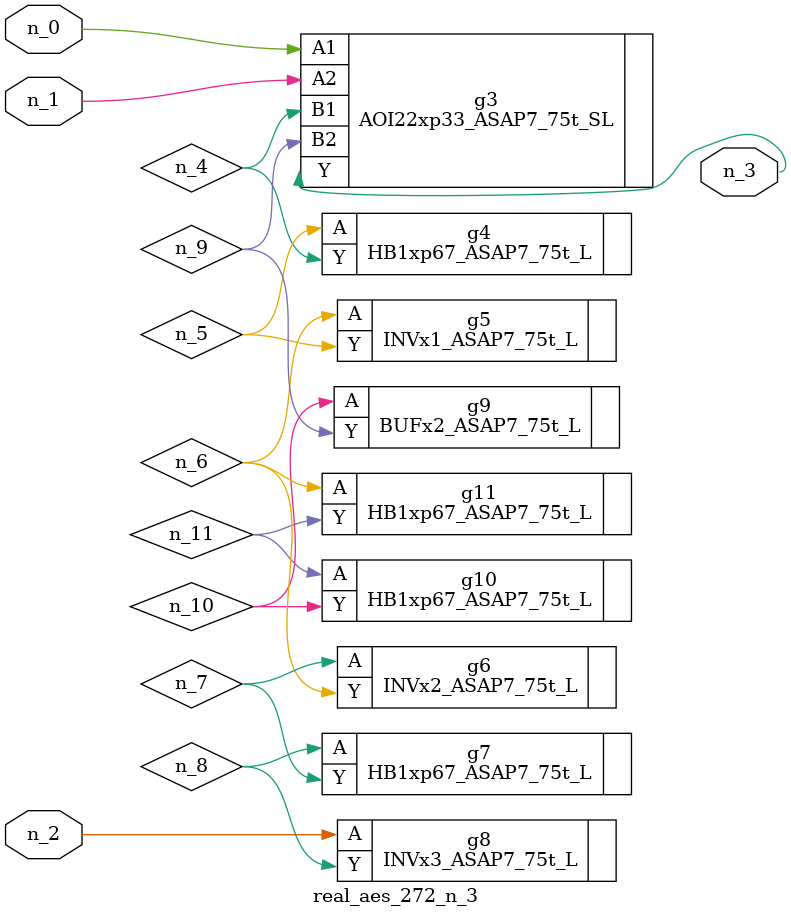
<source format=v>
module real_aes_272_n_3 (n_0, n_2, n_1, n_3);
input n_0;
input n_2;
input n_1;
output n_3;
wire n_4;
wire n_5;
wire n_7;
wire n_9;
wire n_6;
wire n_8;
wire n_10;
wire n_11;
AOI22xp33_ASAP7_75t_SL g3 ( .A1(n_0), .A2(n_1), .B1(n_4), .B2(n_9), .Y(n_3) );
INVx3_ASAP7_75t_L g8 ( .A(n_2), .Y(n_8) );
HB1xp67_ASAP7_75t_L g4 ( .A(n_5), .Y(n_4) );
INVx1_ASAP7_75t_L g5 ( .A(n_6), .Y(n_5) );
HB1xp67_ASAP7_75t_L g11 ( .A(n_6), .Y(n_11) );
INVx2_ASAP7_75t_L g6 ( .A(n_7), .Y(n_6) );
HB1xp67_ASAP7_75t_L g7 ( .A(n_8), .Y(n_7) );
BUFx2_ASAP7_75t_L g9 ( .A(n_10), .Y(n_9) );
HB1xp67_ASAP7_75t_L g10 ( .A(n_11), .Y(n_10) );
endmodule
</source>
